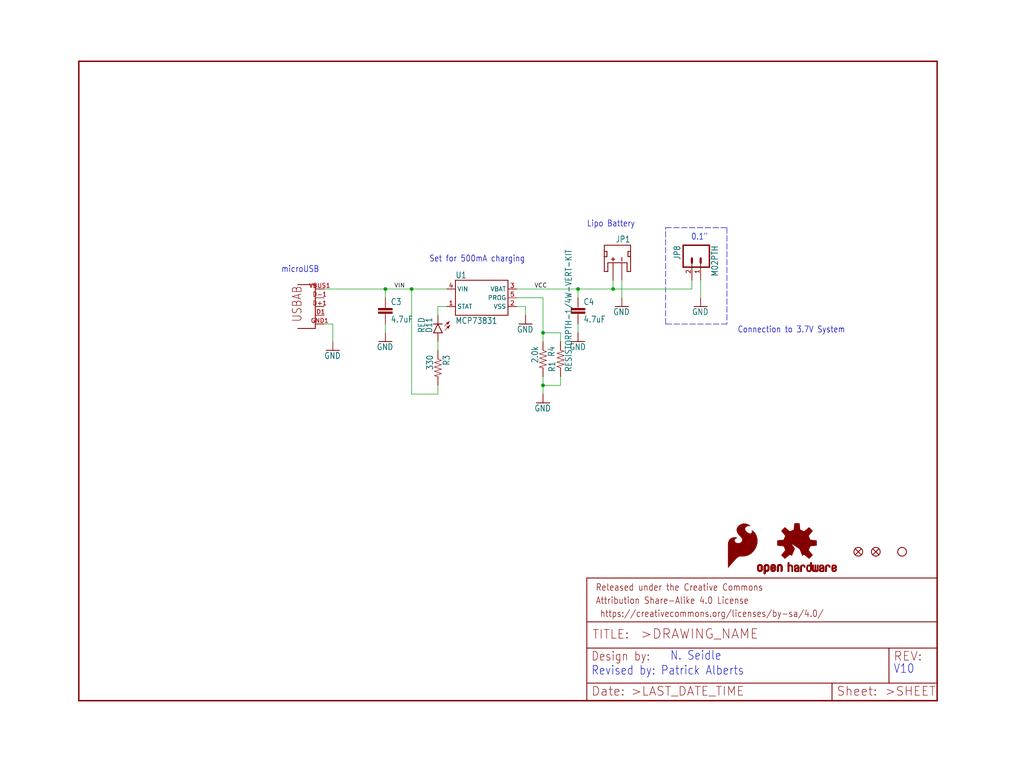
<source format=kicad_sch>
(kicad_sch (version 20211123) (generator eeschema)
  (paper "User" 297.002 223.926)
  (lib_symbols
    (symbol "eagleSchem-eagle-import:2.0KOHM1{slash}10W5%(0603)"
      (property "Reference" "R" (at -3.81 1.4986 0))
      (property "Value" "2.0KOHM1{slash}10W5%(0603)" (at -3.81 -3.302 0))
      (symbol "2.0KOHM1{slash}10W5%(0603)_1_0"
        (pin passive line (at -5.08 0 0) (length 2.54) (name "1") (number "1"))
        (pin passive line (at 5.08 0 180) (length 2.54) (name "2") (number "2"))
      )
    )
    (symbol "eagleSchem-eagle-import:330OHM1{slash}10W1%(0603)"
      (property "Reference" "R" (at -3.81 1.4986 0))
      (property "Value" "330OHM1{slash}10W1%(0603)" (at -3.81 -3.302 0))
      (symbol "330OHM1{slash}10W1%(0603)_1_0"
        (pin passive line (at -5.08 0 0) (length 2.54) (name "1") (number "1"))
        (pin passive line (at 5.08 0 180) (length 2.54) (name "2") (number "2"))
      )
    )
    (symbol "eagleSchem-eagle-import:4.7UF-6.3V-10%(0603)0603"
      (property "Reference" "C" (at 1.524 2.921 0))
      (property "Value" "4.7UF-6.3V-10%(0603)0603" (at 1.524 -2.159 0))
      (symbol "4.7UF-6.3V-10%(0603)0603_1_0"
        (pin passive line (at 0 5.08 270) (length 2.54) (name "1") (number "1"))
        (pin passive line (at 0 -2.54 90) (length 2.54) (name "2") (number "2"))
      )
    )
    (symbol "eagleSchem-eagle-import:FIDUCIAL1X2")
    (symbol "eagleSchem-eagle-import:FRAME-LETTER"
      (symbol "FRAME-LETTER_2_0"
        (text " https://creativecommons.org/licenses/by-sa/4.0/" (at 2.54 24.13 0) (effects (font (size 1.9304 1.6408)) (justify left bottom)))
        (text ">DRAWING_NAME" (at 15.494 17.78 0) (effects (font (size 2.7432 2.7432)) (justify left bottom)))
        (text ">LAST_DATE_TIME" (at 12.7 1.27 0) (effects (font (size 2.54 2.54)) (justify left bottom)))
        (text ">SHEET" (at 86.36 1.27 0) (effects (font (size 2.54 2.54)) (justify left bottom)))
        (text "Attribution Share-Alike 4.0 License" (at 2.54 27.94 0) (effects (font (size 1.9304 1.6408)) (justify left bottom)))
        (text "Date:" (at 1.27 1.27 0) (effects (font (size 2.54 2.54)) (justify left bottom)))
        (text "Design by:" (at 1.27 11.43 0) (effects (font (size 2.54 2.159)) (justify left bottom)))
        (text "Released under the Creative Commons" (at 2.54 31.75 0) (effects (font (size 1.9304 1.6408)) (justify left bottom)))
        (text "REV:" (at 88.9 11.43 0) (effects (font (size 2.54 2.54)) (justify left bottom)))
        (text "Sheet:" (at 72.39 1.27 0) (effects (font (size 2.54 2.54)) (justify left bottom)))
        (text "TITLE:" (at 1.524 17.78 0) (effects (font (size 2.54 2.54)) (justify left bottom)))
      )
    )
    (symbol "eagleSchem-eagle-import:GND" (power)
      (property "Value" "GND" (at -2.54 -2.54 0))
      (symbol "GND_1_0"
        (pin power_in line (at 0 2.54 270) (length 2.54) (name "GND") (number "1"))
      )
    )
    (symbol "eagleSchem-eagle-import:JST_2MM_MALE"
      (property "Reference" "J" (at -2.54 5.842 0))
      (symbol "JST_2MM_MALE_1_0"
        (pin bidirectional line (at 0 -5.08 90) (length 5.08) (name "-") (number "1"))
        (pin bidirectional line (at 2.54 -5.08 90) (length 5.08) (name "+") (number "2"))
        (pin bidirectional line (at -2.54 2.54 90) (length 0) (name "PAD1") (number "NC1"))
        (pin bidirectional line (at 5.08 2.54 90) (length 0) (name "PAD2") (number "NC2"))
      )
    )
    (symbol "eagleSchem-eagle-import:LED-RED0603"
      (property "Reference" "D" (at 3.556 -4.572 90))
      (property "Value" "LED-RED0603" (at 5.715 -4.572 90))
      (symbol "LED-RED0603_1_0"
        (pin passive line (at 0 2.54 270) (length 2.54) (name "A") (number "A"))
        (pin passive line (at 0 -5.08 90) (length 2.54) (name "C") (number "C"))
      )
    )
    (symbol "eagleSchem-eagle-import:M02PTH"
      (property "Reference" "JP" (at -2.54 5.842 0))
      (property "Value" "M02PTH" (at -2.54 -5.08 0))
      (symbol "M02PTH_1_0"
        (pin passive line (at 7.62 0 180) (length 5.08) (name "1") (number "1"))
        (pin passive line (at 7.62 2.54 180) (length 5.08) (name "2") (number "2"))
      )
    )
    (symbol "eagleSchem-eagle-import:MCP73831"
      (property "Reference" "U" (at -7.62 5.588 0))
      (property "Value" "MCP73831" (at -7.62 -7.62 0))
      (symbol "MCP73831_1_0"
        (pin output line (at -10.16 -2.54 0) (length 2.54) (name "STAT") (number "1"))
        (pin power_in line (at 10.16 -2.54 180) (length 2.54) (name "VSS") (number "2"))
        (pin power_in line (at 10.16 2.54 180) (length 2.54) (name "VBAT") (number "3"))
        (pin power_in line (at -10.16 2.54 0) (length 2.54) (name "VIN") (number "4"))
        (pin input line (at 10.16 0 180) (length 2.54) (name "PROG") (number "5"))
      )
    )
    (symbol "eagleSchem-eagle-import:OSHW-LOGOS")
    (symbol "eagleSchem-eagle-import:RESISTORPTH-1{slash}4W-VERT-KIT"
      (property "Reference" "R" (at -3.81 1.4986 0))
      (property "Value" "RESISTORPTH-1{slash}4W-VERT-KIT" (at -3.81 -3.302 0))
      (symbol "RESISTORPTH-1{slash}4W-VERT-KIT_1_0"
        (pin passive line (at -5.08 0 0) (length 2.54) (name "1") (number "P$1"))
        (pin passive line (at 5.08 0 180) (length 2.54) (name "2") (number "P$2"))
      )
    )
    (symbol "eagleSchem-eagle-import:SFE_LOGO_FLAME.1_INCH")
    (symbol "eagleSchem-eagle-import:STAND-OFF")
    (symbol "eagleSchem-eagle-import:USB-ABCONN-11794"
      (symbol "USB-ABCONN-11794_1_0"
        (text "USBAB" (at 1.27 -6.096 900) (effects (font (size 2.54 2.159)) (justify left bottom)))
        (pin bidirectional line (at -5.08 0 0) (length 2.54) (name "D+") (number "D+1"))
        (pin bidirectional line (at -5.08 -2.54 0) (length 2.54) (name "D-") (number "D-1"))
        (pin bidirectional line (at -5.08 5.08 0) (length 2.54) (name "GND") (number "GND1"))
        (pin bidirectional line (at -5.08 2.54 0) (length 2.54) (name "USBID") (number "ID1"))
        (pin bidirectional line (at -5.08 -5.08 0) (length 2.54) (name "VBUS") (number "VBUS1"))
      )
    )
  )
  (junction (at 177.8 83.82))
  (junction (at 157.48 96.52))
  (junction (at 111.76 83.82))
  (junction (at 157.48 111.76))
  (junction (at 119.38 83.82))
  (junction (at 167.64 83.82))
  (wire (pts (xy 93.98 83.82) (xy 111.76 83.82)))
  (wire (pts (xy 149.86 86.36) (xy 157.48 86.36)))
  (wire (pts (xy 149.86 83.82) (xy 167.64 83.82)))
  (wire (pts (xy 149.86 88.9) (xy 152.4 88.9)))
  (wire (pts (xy 177.8 83.82) (xy 200.66 83.82)))
  (wire (pts (xy 111.76 96.52) (xy 111.76 93.98)))
  (wire (pts (xy 167.64 83.82) (xy 177.8 83.82)))
  (wire (pts (xy 177.8 81.28) (xy 177.8 83.82)))
  (polyline (pts (xy 210.82 93.98) (xy 193.04 93.98)))
  (wire (pts (xy 96.52 93.98) (xy 93.98 93.98)))
  (polyline (pts (xy 193.04 93.98) (xy 193.04 66.04)))
  (wire (pts (xy 119.38 83.82) (xy 129.54 83.82)))
  (wire (pts (xy 111.76 86.36) (xy 111.76 83.82)))
  (wire (pts (xy 157.48 114.3) (xy 157.48 111.76)))
  (wire (pts (xy 167.64 96.52) (xy 167.64 93.98)))
  (wire (pts (xy 162.56 99.06) (xy 162.56 96.52)))
  (wire (pts (xy 129.54 88.9) (xy 127 88.9)))
  (wire (pts (xy 180.34 81.28) (xy 180.34 86.36)))
  (wire (pts (xy 162.56 111.76) (xy 157.48 111.76)))
  (wire (pts (xy 127 114.3) (xy 119.38 114.3)))
  (wire (pts (xy 96.52 99.06) (xy 96.52 93.98)))
  (wire (pts (xy 152.4 88.9) (xy 152.4 91.44)))
  (wire (pts (xy 111.76 83.82) (xy 119.38 83.82)))
  (wire (pts (xy 157.48 86.36) (xy 157.48 96.52)))
  (wire (pts (xy 203.2 81.28) (xy 203.2 86.36)))
  (polyline (pts (xy 193.04 66.04) (xy 210.82 66.04)))
  (wire (pts (xy 167.64 86.36) (xy 167.64 83.82)))
  (wire (pts (xy 127 101.6) (xy 127 99.06)))
  (wire (pts (xy 162.56 96.52) (xy 157.48 96.52)))
  (wire (pts (xy 157.48 111.76) (xy 157.48 109.22)))
  (wire (pts (xy 127 111.76) (xy 127 114.3)))
  (wire (pts (xy 162.56 109.22) (xy 162.56 111.76)))
  (wire (pts (xy 119.38 114.3) (xy 119.38 83.82)))
  (polyline (pts (xy 210.82 66.04) (xy 210.82 93.98)))
  (wire (pts (xy 157.48 96.52) (xy 157.48 99.06)))
  (wire (pts (xy 127 88.9) (xy 127 91.44)))
  (wire (pts (xy 200.66 81.28) (xy 200.66 83.82)))
  (text "Lipo Battery" (at 170.18 66.04 180) (effects (font (size 1.778 1.5113)) (justify left bottom)))
  (text "Revised by: Patrick Alberts" (at 171.45 196.088 180) (effects (font (size 2.54 2.159)) (justify left bottom)))
  (text "microUSB" (at 81.534 79.248 180) (effects (font (size 1.778 1.5113)) (justify left bottom)))
  (text "Set for 500mA charging" (at 124.46 76.2 180) (effects (font (size 1.778 1.5113)) (justify left bottom)))
  (text "V10" (at 259.08 195.58 180) (effects (font (size 2.54 2.159)) (justify left bottom)))
  (text "N. Seidle" (at 194.31 191.77 180) (effects (font (size 2.54 2.159)) (justify left bottom)))
  (text "0.1\"" (at 200.406 69.85 180) (effects (font (size 1.778 1.5113)) (justify left bottom)))
  (text "Connection to 3.7V System" (at 213.868 96.774 180) (effects (font (size 1.778 1.5113)) (justify left bottom)))
  (label "VCC" (at 154.94 83.82 0) (effects (font (size 1.2446 1.2446))))
  (label "VIN" (at 114.3 83.82 0) (effects (font (size 1.2446 1.2446))))
  (symbol (lib_id "eagleSchem-eagle-import:FIDUCIAL1X2") (at 254 160.02 0) (unit 1)
    (property "Reference" "JP3" (effects hide))
    (property "Value" "FIDUCIAL1X2" (effects hide))
    (property "Footprint" "eagleSchem:FIDUCIAL-1X2" (effects hide))
  )
  (symbol (lib_id "eagleSchem-eagle-import:M02PTH") (at 203.2 73.66 90) (mirror x) (unit 1)
    (property "Reference" "JP8" (at 197.358 71.12 0) (effects (font (size 1.778 1.5113)) (justify left bottom)))
    (property "Value" "M02PTH" (at 208.28 71.12 0) (effects (font (size 1.778 1.5113)) (justify left bottom)))
    (property "Footprint" "eagleSchem:1X02" (effects hide))
  )
  (symbol (lib_id "eagleSchem-eagle-import:RESISTORPTH-1{slash}4W-VERT-KIT") (at 162.56 104.14 90) (unit 1)
    (property "Reference" "R1" (at 161.0614 107.95 0) (effects (font (size 1.778 1.5113)) (justify left bottom)))
    (property "Value" "RESISTORPTH-1{slash}4W-VERT-KIT" (at 165.862 107.95 0) (effects (font (size 1.778 1.5113)) (justify left bottom)))
    (property "Footprint" "eagleSchem:AXIAL-0.1EZ" (effects hide))
  )
  (symbol (lib_id "eagleSchem-eagle-import:GND") (at 96.52 101.6 0) (unit 1)
    (property "Reference" "#GND15" (effects hide))
    (property "Value" "GND" (at 93.98 104.14 0) (effects (font (size 1.778 1.5113)) (justify left bottom)))
    (property "Footprint" "eagleSchem:" (effects hide))
  )
  (symbol (lib_id "eagleSchem-eagle-import:2.0KOHM1{slash}10W5%(0603)") (at 157.48 104.14 270) (unit 1)
    (property "Reference" "R4" (at 158.9786 100.33 0) (effects (font (size 1.778 1.5113)) (justify left bottom)))
    (property "Value" "2.0k" (at 154.178 100.33 0) (effects (font (size 1.778 1.5113)) (justify left bottom)))
    (property "Footprint" "eagleSchem:0603-RES" (effects hide))
  )
  (symbol (lib_id "eagleSchem-eagle-import:SFE_LOGO_FLAME.1_INCH") (at 210.82 165.1 0) (unit 1)
    (property "Reference" "LOGO2" (effects hide))
    (property "Value" "SFE_LOGO_FLAME.1_INCH" (effects hide))
    (property "Footprint" "eagleSchem:SFE_LOGO_FLAME_.1" (effects hide))
  )
  (symbol (lib_id "eagleSchem-eagle-import:JST_2MM_MALE") (at 180.34 76.2 0) (mirror y) (unit 1)
    (property "Reference" "JP1" (at 182.88 70.358 0) (effects (font (size 1.778 1.5113)) (justify left bottom)))
    (property "Value" "JST" (effects hide))
    (property "Footprint" "eagleSchem:JST-2-SMD" (effects hide))
  )
  (symbol (lib_id "eagleSchem-eagle-import:FRAME-LETTER") (at 170.18 203.2 0) (unit 2)
    (property "Reference" "FRAME1" (effects hide))
    (property "Value" "FRAME-LETTER" (effects hide))
    (property "Footprint" "eagleSchem:CREATIVE_COMMONS" (effects hide))
  )
  (symbol (lib_id "eagleSchem-eagle-import:STAND-OFF") (at 261.62 160.02 0) (unit 1)
    (property "Reference" "JP2" (effects hide))
    (property "Value" "STAND-OFF" (effects hide))
    (property "Footprint" "eagleSchem:STAND-OFF" (effects hide))
  )
  (symbol (lib_id "eagleSchem-eagle-import:FRAME-LETTER") (at 22.86 203.2 0) (unit 1)
    (property "Reference" "FRAME1" (effects hide))
    (property "Value" "FRAME-LETTER" (effects hide))
    (property "Footprint" "eagleSchem:CREATIVE_COMMONS" (effects hide))
  )
  (symbol (lib_id "eagleSchem-eagle-import:OSHW-LOGOS") (at 231.14 157.48 0) (unit 1)
    (property "Reference" "LOGO1" (effects hide))
    (property "Value" "OSHW-LOGOS" (effects hide))
    (property "Footprint" "eagleSchem:OSHW-LOGO-S" (effects hide))
  )
  (symbol (lib_id "eagleSchem-eagle-import:GND") (at 157.48 116.84 0) (unit 1)
    (property "Reference" "#GND19" (effects hide))
    (property "Value" "GND" (at 154.94 119.38 0) (effects (font (size 1.778 1.5113)) (justify left bottom)))
    (property "Footprint" "eagleSchem:" (effects hide))
  )
  (symbol (lib_id "eagleSchem-eagle-import:LED-RED0603") (at 127 96.52 180) (unit 1)
    (property "Reference" "D11" (at 123.444 91.948 90) (effects (font (size 1.778 1.5113)) (justify left bottom)))
    (property "Value" "RED" (at 121.285 91.948 90) (effects (font (size 1.778 1.5113)) (justify left bottom)))
    (property "Footprint" "eagleSchem:LED-0603" (effects hide))
  )
  (symbol (lib_id "eagleSchem-eagle-import:GND") (at 167.64 99.06 0) (unit 1)
    (property "Reference" "#GND14" (effects hide))
    (property "Value" "GND" (at 165.1 101.6 0) (effects (font (size 1.778 1.5113)) (justify left bottom)))
    (property "Footprint" "eagleSchem:" (effects hide))
  )
  (symbol (lib_id "eagleSchem-eagle-import:GND") (at 203.2 88.9 0) (unit 1)
    (property "Reference" "#GND2" (effects hide))
    (property "Value" "GND" (at 200.66 91.44 0) (effects (font (size 1.778 1.5113)) (justify left bottom)))
    (property "Footprint" "eagleSchem:" (effects hide))
  )
  (symbol (lib_id "eagleSchem-eagle-import:USB-ABCONN-11794") (at 88.9 88.9 180) (unit 1)
    (property "Reference" "JP9" (effects hide))
    (property "Value" "Micro USB" (effects hide))
    (property "Footprint" "eagleSchem:USB-AB-MICRO-SMD_V03" (effects hide))
  )
  (symbol (lib_id "eagleSchem-eagle-import:FIDUCIAL1X2") (at 248.92 160.02 0) (unit 1)
    (property "Reference" "JP4" (effects hide))
    (property "Value" "FIDUCIAL1X2" (effects hide))
    (property "Footprint" "eagleSchem:FIDUCIAL-1X2" (effects hide))
  )
  (symbol (lib_id "eagleSchem-eagle-import:GND") (at 111.76 99.06 0) (unit 1)
    (property "Reference" "#GND17" (effects hide))
    (property "Value" "GND" (at 109.22 101.6 0) (effects (font (size 1.778 1.5113)) (justify left bottom)))
    (property "Footprint" "eagleSchem:" (effects hide))
  )
  (symbol (lib_id "eagleSchem-eagle-import:MCP73831") (at 139.7 86.36 0) (unit 1)
    (property "Reference" "U1" (at 132.08 80.772 0) (effects (font (size 1.778 1.5113)) (justify left bottom)))
    (property "Value" "MCP73831" (at 132.08 93.98 0) (effects (font (size 1.778 1.5113)) (justify left bottom)))
    (property "Footprint" "eagleSchem:SOT23-5" (effects hide))
  )
  (symbol (lib_id "eagleSchem-eagle-import:GND") (at 152.4 93.98 0) (unit 1)
    (property "Reference" "#GND18" (effects hide))
    (property "Value" "GND" (at 149.86 96.52 0) (effects (font (size 1.778 1.5113)) (justify left bottom)))
    (property "Footprint" "eagleSchem:" (effects hide))
  )
  (symbol (lib_id "eagleSchem-eagle-import:330OHM1{slash}10W1%(0603)") (at 127 106.68 270) (unit 1)
    (property "Reference" "R3" (at 128.4986 102.87 0) (effects (font (size 1.778 1.5113)) (justify left bottom)))
    (property "Value" "330" (at 123.698 102.87 0) (effects (font (size 1.778 1.5113)) (justify left bottom)))
    (property "Footprint" "eagleSchem:0603-RES" (effects hide))
  )
  (symbol (lib_id "eagleSchem-eagle-import:4.7UF-6.3V-10%(0603)0603") (at 111.76 91.44 0) (unit 1)
    (property "Reference" "C3" (at 113.284 88.519 0) (effects (font (size 1.778 1.5113)) (justify left bottom)))
    (property "Value" "4.7uF" (at 113.284 93.599 0) (effects (font (size 1.778 1.5113)) (justify left bottom)))
    (property "Footprint" "eagleSchem:0603-CAP" (effects hide))
  )
  (symbol (lib_id "eagleSchem-eagle-import:GND") (at 180.34 88.9 0) (unit 1)
    (property "Reference" "#GND1" (effects hide))
    (property "Value" "GND" (at 177.8 91.44 0) (effects (font (size 1.778 1.5113)) (justify left bottom)))
    (property "Footprint" "eagleSchem:" (effects hide))
  )
  (symbol (lib_id "eagleSchem-eagle-import:4.7UF-6.3V-10%(0603)0603") (at 167.64 91.44 0) (unit 1)
    (property "Reference" "C4" (at 169.164 88.519 0) (effects (font (size 1.778 1.5113)) (justify left bottom)))
    (property "Value" "4.7uF" (at 169.164 93.599 0) (effects (font (size 1.778 1.5113)) (justify left bottom)))
    (property "Footprint" "eagleSchem:0603-CAP" (effects hide))
  )
)
</source>
